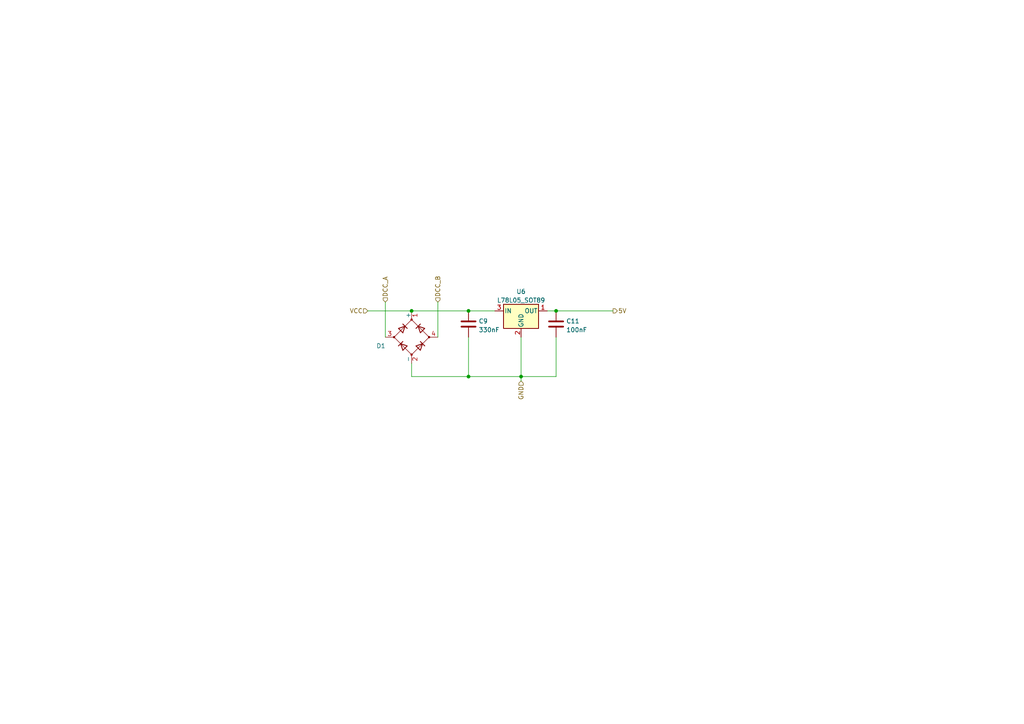
<source format=kicad_sch>
(kicad_sch (version 20230121) (generator eeschema)
  (paper "A4")
  (lib_symbols
    (symbol "Device:C" (pin_numbers hide) (pin_names (offset 0.254))
      (property "Reference" "C" (at 0.635 2.54 0))
      (property "Value" "C" (at 0.635 -2.54 0))
      (symbol "C_0_1"
        (polyline (pts (xy -2.032 -0.762) (xy 2.032 -0.762)) (stroke (width 0.508)))
        (polyline (pts (xy -2.032 0.762) (xy 2.032 0.762)) (stroke (width 0.508)))
      )
      (symbol "C_1_1"
        (pin passive line (at 0 3.81 270) (length 2.794) (name "~") (number "1"))
        (pin passive line (at 0 -3.81 90) (length 2.794) (name "~") (number "2"))
      )
    )
    (symbol "Device:D_Bridge_+-AA" (pin_names (offset 0))
      (property "Reference" "D" (at 2.54 6.985 0))
      (property "Value" "D_Bridge_+-AA" (at 2.54 5.08 0))
      (symbol "D_Bridge_+-AA_0_1"
        (circle (center -5.08 0) (radius 0.254) (fill (type outline)))
        (circle (center 0 -5.08) (radius 0.254) (fill (type outline)))
        (polyline (pts (xy -2.54 3.81) (xy -1.27 2.54)) (stroke (width 0.254)))
        (polyline (pts (xy -1.27 -2.54) (xy -2.54 -3.81)) (stroke (width 0.254)))
        (polyline (pts (xy 2.54 -1.27) (xy 3.81 -2.54)) (stroke (width 0.254)))
        (polyline (pts (xy 2.54 1.27) (xy 3.81 2.54)) (stroke (width 0.254)))
        (polyline (pts (xy -3.81 2.54) (xy -2.54 1.27) (xy -1.905 3.175) (xy -3.81 2.54)) (stroke (width 0.254)))
        (polyline (pts (xy -2.54 -1.27) (xy -3.81 -2.54) (xy -1.905 -3.175) (xy -2.54 -1.27)) (stroke (width 0.254)))
        (polyline (pts (xy 1.27 2.54) (xy 2.54 3.81) (xy 3.175 1.905) (xy 1.27 2.54)) (stroke (width 0.254)))
        (polyline (pts (xy 3.175 -1.905) (xy 1.27 -2.54) (xy 2.54 -3.81) (xy 3.175 -1.905)) (stroke (width 0.254)))
        (polyline (pts (xy -5.08 0) (xy 0 -5.08) (xy 5.08 0) (xy 0 5.08) (xy -5.08 0)))
        (circle (center 0 5.08) (radius 0.254) (fill (type outline)))
        (circle (center 5.08 0) (radius 0.254) (fill (type outline)))
      )
      (symbol "D_Bridge_+-AA_1_1"
        (pin passive line (at 7.62 0 180) (length 2.54) (name "+") (number "1"))
        (pin passive line (at -7.62 0 0) (length 2.54) (name "-") (number "2"))
        (pin passive line (at 0 7.62 270) (length 2.54) (name "~") (number "3"))
        (pin passive line (at 0 -7.62 90) (length 2.54) (name "~") (number "4"))
      )
    )
    (symbol "Regulator_Linear:L78L05_SOT89" (pin_names (offset 0.254))
      (property "Reference" "U" (at -3.81 3.175 0))
      (property "Value" "L78L05_SOT89" (at -0.635 3.175 0))
      (symbol "L78L05_SOT89_0_1"
        (rectangle (start -5.08 1.905) (end 5.08 -5.08) (stroke (width 0.254)) (fill (type background)))
      )
      (symbol "L78L05_SOT89_1_1"
        (pin power_out line (at 7.62 0 180) (length 2.54) (name "OUT") (number "1"))
        (pin power_in line (at 0 -7.62 90) (length 2.54) (name "GND") (number "2"))
        (pin power_in line (at -7.62 0 0) (length 2.54) (name "IN") (number "3"))
      )
    )
  )
  (junction (at 161.29 90.17))
  (junction (at 135.89 109.22))
  (junction (at 119.38 90.17))
  (junction (at 135.89 90.17))
  (junction (at 151.13 109.22))
  (wire (pts (xy 135.89 90.17) (xy 143.51 90.17)))
  (wire (pts (xy 135.89 109.22) (xy 151.13 109.22)))
  (wire (pts (xy 106.68 90.17) (xy 119.38 90.17)))
  (wire (pts (xy 151.13 109.22) (xy 161.29 109.22)))
  (wire (pts (xy 161.29 109.22) (xy 161.29 97.79)))
  (wire (pts (xy 119.38 105.41) (xy 119.38 109.22)))
  (wire (pts (xy 151.13 97.79) (xy 151.13 109.22)))
  (wire (pts (xy 111.76 87.63) (xy 111.76 97.79)))
  (wire (pts (xy 127 87.63) (xy 127 97.79)))
  (wire (pts (xy 119.38 90.17) (xy 135.89 90.17)))
  (wire (pts (xy 151.13 110.49) (xy 151.13 109.22)))
  (wire (pts (xy 119.38 109.22) (xy 135.89 109.22)))
  (wire (pts (xy 135.89 97.79) (xy 135.89 109.22)))
  (wire (pts (xy 158.75 90.17) (xy 161.29 90.17)))
  (wire (pts (xy 161.29 90.17) (xy 177.8 90.17)))
  (hierarchical_label "DCC_B" (shape input) (at 127 87.63 90))
  (hierarchical_label "DCC_A" (shape input) (at 111.76 87.63 90))
  (hierarchical_label "GND" (shape input) (at 151.13 110.49 270))
  (hierarchical_label "5V" (shape output) (at 177.8 90.17 0))
  (hierarchical_label "VCC" (shape input) (at 106.68 90.17 180))
  (symbol (lib_id "Device:C") (at 161.29 93.98 0) (unit 1)
    (property "Reference" "C11" (at 164.211 93.1453 0) (effects (justify left)))
    (property "Value" "100nF" (at 164.211 95.6822 0) (effects (justify left)))
    (property "Footprint" "Capacitor_SMD:C_0402_1005Metric" (effects hide))
    (property "JLCPCB Part#" "C14663" (effects hide))
    (instances (project "" (path "" (reference "C11") (unit 1))) (project "LoPiTS" (path "" (reference "C4") (unit 1))))
  )
  (symbol (lib_id "Regulator_Linear:L78L05_SOT89") (at 151.13 90.17 0) (unit 1)
    (property "Reference" "U6" (at 151.13 84.5652 0))
    (property "Value" "L78L05_SOT89" (at 151.13 87.1021 0))
    (property "Footprint" "Package_TO_SOT_SMD:SOT-89-3" (effects hide))
    (property "Datasheet" "http://www.st.com/content/ccc/resource/technical/document/datasheet/15/55/e5/aa/23/5b/43/fd/CD00000446.pdf/files/CD00000446.pdf/jcr:content/translations/en.CD00000446.pdf" (effects hide))
    (property "JLCPCB Part#" "C71136" (effects hide))
    (instances (project "" (path "" (reference "U6") (unit 1))) (project "LoPiTS" (path "" (reference "U3") (unit 1))))
  )
  (symbol (lib_id "Device:D_Bridge_+-AA") (at 119.38 97.79 90) (unit 1)
    (property "Reference" "D1" (at 110.49 100.33 90))
    (property "Value" "D_Bridge_+-AA" (effects hide))
    (property "Footprint" "Diode_SMD:Diode_Bridge_Diotec_MicroDil_3.0x3.0x1.8mm" (effects hide))
    (property "JLCPCB Part#" "C212750" (effects hide))
  )
  (symbol (lib_id "Device:C") (at 135.89 93.98 0) (unit 1)
    (property "Reference" "C9" (at 138.811 93.1453 0) (effects (justify left)))
    (property "Value" "330nF" (at 138.811 95.6822 0) (effects (justify left)))
    (property "Footprint" "Capacitor_SMD:C_0402_1005Metric" (effects hide))
    (property "JLCPCB Part#" "C1615" (effects hide))
    (instances (project "" (path "" (reference "C9") (unit 1))) (project "LoPiTS" (path "" (reference "C3") (unit 1))))
  )
)
</source>
